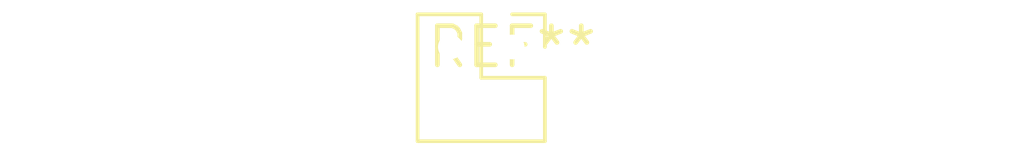
<source format=kicad_pcb>
(kicad_pcb (version 20240108) (generator pcbnew)
  (layers (0 "F.Cu" signal) (31 "B.Cu" signal) (34 "B.Paste" user) (35 "F.Paste" user) (36 "B.SilkS" user "B.Silkscreen") (37 "F.SilkS" user "F.Silkscreen") (38 "B.Mask" user) (39 "F.Mask" user) (44 "Edge.Cuts" user))
  (net 0 "")
  (footprint "PinSocket_2x02_P2.00mm_Vertical" (layer "F.Cu") (at 0 0)
    (property "Reference" "REF**")
    (property "Value" "PinSocket_2x02_P2.00mm_Vertical")
    (fp_line (start -3.06 -1.06) (end -3.06 3.06) (layer "F.SilkS") (stroke (width 0.12)))
    (fp_line (start -3.06 -1.06) (end -1 -1.06) (layer "F.SilkS") (stroke (width 0.12)))
    (fp_line (start -3.06 3.06) (end 1.06 3.06) (layer "F.SilkS") (stroke (width 0.12)))
    (fp_line (start -1 -1.06) (end -1 1) (layer "F.SilkS") (stroke (width 0.12)))
    (fp_line (start -1 1) (end 1.06 1) (layer "F.SilkS") (stroke (width 0.12)))
    (fp_line (start 0 -1.06) (end 1.06 -1.06) (layer "F.SilkS") (stroke (width 0.12)))
    (fp_line (start 1.06 -1.06) (end 1.06 0) (layer "F.SilkS") (stroke (width 0.12)))
    (fp_line (start 1.06 1) (end 1.06 3.06) (layer "F.SilkS") (stroke (width 0.12)))
    (pad "1" thru_hole rect (at 0 0) (size 1.35 1.35) (drill 0.8) (layers *.Cu *.Mask) (remove_unused_layers))
    (pad "2" thru_hole oval (at -2 0) (size 1.35 1.35) (drill 0.8) (layers *.Cu *.Mask) (remove_unused_layers))
    (pad "3" thru_hole oval (at 0 2) (size 1.35 1.35) (drill 0.8) (layers *.Cu *.Mask) (remove_unused_layers))
    (pad "4" thru_hole oval (at -2 2) (size 1.35 1.35) (drill 0.8) (layers *.Cu *.Mask) (remove_unused_layers))
  )
)
</source>
